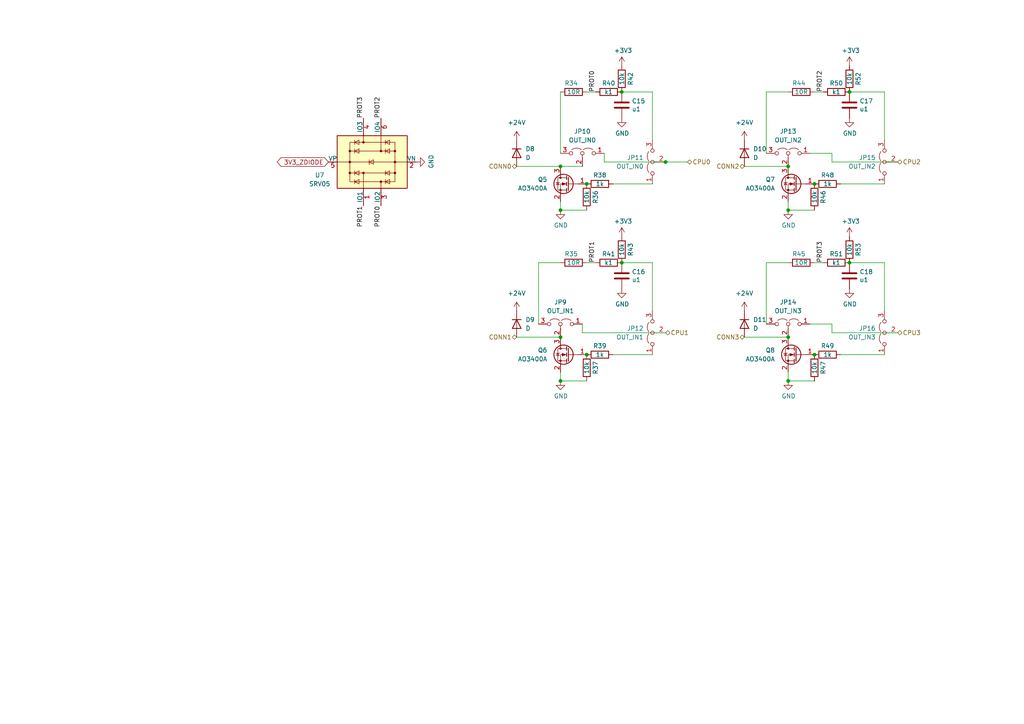
<source format=kicad_sch>
(kicad_sch (version 20211123) (generator eeschema)
  (paper "A4")
  (lib_symbols
    (symbol "Device:C" (pin_numbers hide) (pin_names (offset 0.254))
      (property "Reference" "C" (at 0.635 2.54 0))
      (property "Value" "C" (at 0.635 -2.54 0))
      (symbol "C_0_1"
        (polyline (pts (xy -2.032 -0.762) (xy 2.032 -0.762)) (stroke (width 0.508)))
        (polyline (pts (xy -2.032 0.762) (xy 2.032 0.762)) (stroke (width 0.508)))
      )
      (symbol "C_1_1"
        (pin passive line (at 0 3.81 270) (length 2.794) (name "~") (number "1"))
        (pin passive line (at 0 -3.81 90) (length 2.794) (name "~") (number "2"))
      )
    )
    (symbol "Device:D" (pin_numbers hide) (pin_names (offset 1.016) hide)
      (property "Reference" "D" (at 0 2.54 0))
      (property "Value" "D" (at 0 -2.54 0))
      (symbol "D_0_1"
        (polyline (pts (xy -1.27 1.27) (xy -1.27 -1.27)) (stroke (width 0.254)))
        (polyline (pts (xy 1.27 0) (xy -1.27 0)))
        (polyline (pts (xy 1.27 1.27) (xy 1.27 -1.27) (xy -1.27 0) (xy 1.27 1.27)) (stroke (width 0.254)))
      )
      (symbol "D_1_1"
        (pin passive line (at -3.81 0 0) (length 2.54) (name "K") (number "1"))
        (pin passive line (at 3.81 0 180) (length 2.54) (name "A") (number "2"))
      )
    )
    (symbol "Device:R" (pin_numbers hide) (pin_names (offset 0))
      (property "Reference" "R" (at 2.032 0 90))
      (property "Value" "R" (at 0 0 90))
      (symbol "R_0_1"
        (rectangle (start -1.016 -2.54) (end 1.016 2.54) (stroke (width 0.254)))
      )
      (symbol "R_1_1"
        (pin passive line (at 0 3.81 270) (length 1.27) (name "~") (number "1"))
        (pin passive line (at 0 -3.81 90) (length 1.27) (name "~") (number "2"))
      )
    )
    (symbol "Jumper:Jumper_3_Open" (pin_names (offset 0) hide)
      (property "Reference" "JP" (at -2.54 -2.54 0))
      (property "Value" "Jumper_3_Open" (at 0 2.794 0))
      (symbol "Jumper_3_Open_0_0"
        (circle (center -3.302 0) (radius 0.508))
        (circle (center 0 0) (radius 0.508))
        (circle (center 3.302 0) (radius 0.508))
      )
      (symbol "Jumper_3_Open_0_1"
        (arc (start -0.254 1.016) (mid -1.651 1.4992) (end -3.048 1.016))
        (polyline (pts (xy 0 -0.508) (xy 0 -1.27)))
        (arc (start 3.048 1.016) (mid 1.651 1.4992) (end 0.254 1.016))
      )
      (symbol "Jumper_3_Open_1_1"
        (pin passive line (at -6.35 0 0) (length 2.54) (name "A") (number "1"))
        (pin input line (at 0 -3.81 90) (length 2.54) (name "C") (number "2"))
        (pin passive line (at 6.35 0 180) (length 2.54) (name "B") (number "3"))
      )
    )
    (symbol "Power_Protection:SRV05-4" (pin_names (offset 0))
      (property "Reference" "U" (at -5.08 11.43 0))
      (property "Value" "SRV05-4" (at 2.54 11.43 0))
      (symbol "SRV05-4_0_0"
        (rectangle (start -5.715 6.477) (end 5.715 -6.604))
        (polyline (pts (xy -3.175 -6.604) (xy -3.175 6.477)))
        (polyline (pts (xy 3.175 6.477) (xy 3.175 -6.604)))
      )
      (symbol "SRV05-4_0_1"
        (rectangle (start -7.62 10.16) (end 7.62 -10.16) (stroke (width 0.254)) (fill (type background)))
        (circle (center -5.715 -2.54) (radius 0.2794) (fill (type outline)))
        (circle (center -3.175 -6.604) (radius 0.2794) (fill (type outline)))
        (circle (center -3.175 2.54) (radius 0.2794) (fill (type outline)))
        (circle (center -3.175 6.477) (radius 0.2794) (fill (type outline)))
        (circle (center 0 -6.604) (radius 0.2794) (fill (type outline)))
        (polyline (pts (xy -7.747 2.54) (xy -3.175 2.54)))
        (polyline (pts (xy -7.62 -2.54) (xy -5.715 -2.54)))
        (polyline (pts (xy -5.08 -3.81) (xy -6.35 -3.81)))
        (polyline (pts (xy -5.08 5.08) (xy -6.35 5.08)))
        (polyline (pts (xy -2.54 -3.81) (xy -3.81 -3.81)))
        (polyline (pts (xy -2.54 5.08) (xy -3.81 5.08)))
        (polyline (pts (xy 0 10.16) (xy 0 -10.16)))
        (polyline (pts (xy 3.81 -3.81) (xy 2.54 -3.81)))
        (polyline (pts (xy 3.81 5.08) (xy 2.54 5.08)))
        (polyline (pts (xy 6.35 -3.81) (xy 5.08 -3.81)))
        (polyline (pts (xy 6.35 5.08) (xy 5.08 5.08)))
        (polyline (pts (xy 7.62 -2.54) (xy 3.175 -2.54)))
        (polyline (pts (xy 7.62 2.54) (xy 5.715 2.54)))
        (polyline (pts (xy 0.635 0.889) (xy -0.635 0.889) (xy -0.635 0.635)))
        (polyline (pts (xy -5.08 -5.08) (xy -6.35 -5.08) (xy -5.715 -3.81) (xy -5.08 -5.08)))
        (polyline (pts (xy -5.08 3.81) (xy -6.35 3.81) (xy -5.715 5.08) (xy -5.08 3.81)))
        (polyline (pts (xy -2.54 -5.08) (xy -3.81 -5.08) (xy -3.175 -3.81) (xy -2.54 -5.08)))
        (polyline (pts (xy -2.54 3.81) (xy -3.81 3.81) (xy -3.175 5.08) (xy -2.54 3.81)))
        (polyline (pts (xy 0.635 -0.381) (xy -0.635 -0.381) (xy 0 0.889) (xy 0.635 -0.381)))
        (polyline (pts (xy 3.81 -5.08) (xy 2.54 -5.08) (xy 3.175 -3.81) (xy 3.81 -5.08)))
        (polyline (pts (xy 3.81 3.81) (xy 2.54 3.81) (xy 3.175 5.08) (xy 3.81 3.81)))
        (polyline (pts (xy 6.35 -5.08) (xy 5.08 -5.08) (xy 5.715 -3.81) (xy 6.35 -5.08)))
        (polyline (pts (xy 6.35 3.81) (xy 5.08 3.81) (xy 5.715 5.08) (xy 6.35 3.81)))
        (circle (center 0 6.477) (radius 0.2794) (fill (type outline)))
        (circle (center 3.175 -6.604) (radius 0.2794) (fill (type outline)))
        (circle (center 3.175 -2.54) (radius 0.2794) (fill (type outline)))
        (circle (center 3.175 6.477) (radius 0.2794) (fill (type outline)))
        (circle (center 5.715 2.54) (radius 0.2794) (fill (type outline)))
      )
      (symbol "SRV05-4_1_1"
        (pin passive line (at -12.7 2.54 0) (length 5.08) (name "IO1") (number "1"))
        (pin passive line (at 0 -12.7 90) (length 2.54) (name "VN") (number "2"))
        (pin passive line (at -12.7 -2.54 0) (length 5.08) (name "IO2") (number "3"))
        (pin passive line (at 12.7 2.54 180) (length 5.08) (name "IO3") (number "4"))
        (pin passive line (at 0 12.7 270) (length 2.54) (name "VP") (number "5"))
        (pin passive line (at 12.7 -2.54 180) (length 5.08) (name "IO4") (number "6"))
      )
    )
    (symbol "Transistor_FET:AO3400A" (pin_names hide)
      (property "Reference" "Q" (at 5.08 1.905 0))
      (property "Value" "AO3400A" (at 5.08 0 0))
      (symbol "AO3400A_0_1"
        (polyline (pts (xy 0.254 0) (xy -2.54 0)))
        (polyline (pts (xy 0.254 1.905) (xy 0.254 -1.905)) (stroke (width 0.254)))
        (polyline (pts (xy 0.762 -1.27) (xy 0.762 -2.286)) (stroke (width 0.254)))
        (polyline (pts (xy 0.762 0.508) (xy 0.762 -0.508)) (stroke (width 0.254)))
        (polyline (pts (xy 0.762 2.286) (xy 0.762 1.27)) (stroke (width 0.254)))
        (polyline (pts (xy 2.54 2.54) (xy 2.54 1.778)))
        (polyline (pts (xy 2.54 -2.54) (xy 2.54 0) (xy 0.762 0)))
        (polyline (pts (xy 0.762 -1.778) (xy 3.302 -1.778) (xy 3.302 1.778) (xy 0.762 1.778)))
        (polyline (pts (xy 1.016 0) (xy 2.032 0.381) (xy 2.032 -0.381) (xy 1.016 0)) (fill (type outline)))
        (polyline (pts (xy 2.794 0.508) (xy 2.921 0.381) (xy 3.683 0.381) (xy 3.81 0.254)))
        (polyline (pts (xy 3.302 0.381) (xy 2.921 -0.254) (xy 3.683 -0.254) (xy 3.302 0.381)))
        (circle (center 1.651 0) (radius 2.794) (stroke (width 0.254)))
        (circle (center 2.54 -1.778) (radius 0.254) (fill (type outline)))
        (circle (center 2.54 1.778) (radius 0.254) (fill (type outline)))
      )
      (symbol "AO3400A_1_1"
        (pin input line (at -5.08 0 0) (length 2.54) (name "G") (number "1"))
        (pin passive line (at 2.54 -5.08 90) (length 2.54) (name "S") (number "2"))
        (pin passive line (at 2.54 5.08 270) (length 2.54) (name "D") (number "3"))
      )
    )
    (symbol "power:+24V" (power) (pin_names (offset 0))
      (property "Value" "+24V" (at 0 3.556 0))
      (symbol "+24V_0_1"
        (polyline (pts (xy -0.762 1.27) (xy 0 2.54)))
        (polyline (pts (xy 0 0) (xy 0 2.54)))
        (polyline (pts (xy 0 2.54) (xy 0.762 1.27)))
      )
      (symbol "+24V_1_1"
        (pin power_in line (at 0 0 90) (length 0) hide (name "+24V") (number "1"))
      )
    )
    (symbol "power:+3V3" (power) (pin_names (offset 0))
      (property "Value" "+3V3" (at 0 3.556 0))
      (symbol "+3V3_0_1"
        (polyline (pts (xy -0.762 1.27) (xy 0 2.54)))
        (polyline (pts (xy 0 0) (xy 0 2.54)))
        (polyline (pts (xy 0 2.54) (xy 0.762 1.27)))
      )
      (symbol "+3V3_1_1"
        (pin power_in line (at 0 0 90) (length 0) hide (name "+3V3") (number "1"))
      )
    )
    (symbol "power:GND" (power) (pin_names (offset 0))
      (property "Value" "GND" (at 0 -3.81 0))
      (symbol "GND_0_1"
        (polyline (pts (xy 0 0) (xy 0 -1.27) (xy 1.27 -1.27) (xy 0 -2.54) (xy -1.27 -1.27) (xy 0 -1.27)))
      )
      (symbol "GND_1_1"
        (pin power_in line (at 0 0 270) (length 0) hide (name "GND") (number "1"))
      )
    )
  )
  (junction (at 162.56 48.26))
  (junction (at 162.56 110.49))
  (junction (at 170.18 53.34))
  (junction (at 236.22 102.87))
  (junction (at 228.6 110.49))
  (junction (at 236.22 53.34))
  (junction (at 170.18 102.87))
  (junction (at 193.04 46.99))
  (junction (at 162.56 60.96))
  (junction (at 228.6 60.96))
  (junction (at 246.38 76.2))
  (junction (at 246.38 26.67))
  (junction (at 180.34 76.2))
  (junction (at 228.6 97.79))
  (junction (at 228.6 48.26))
  (junction (at 180.34 26.67))
  (junction (at 162.56 97.79))
  (wire (pts (xy 193.04 46.99) (xy 199.39 46.99)))
  (wire (pts (xy 236.22 76.2) (xy 238.76 76.2)))
  (wire (pts (xy 228.6 107.95) (xy 228.6 110.49)))
  (wire (pts (xy 162.56 58.42) (xy 162.56 60.96)))
  (wire (pts (xy 234.95 44.45) (xy 241.3 44.45)))
  (wire (pts (xy 215.9 97.79) (xy 228.6 97.79)))
  (wire (pts (xy 180.34 26.67) (xy 189.23 26.67)))
  (wire (pts (xy 236.22 26.67) (xy 238.76 26.67)))
  (wire (pts (xy 243.84 102.87) (xy 256.54 102.87)))
  (wire (pts (xy 256.54 90.17) (xy 256.54 76.2)))
  (wire (pts (xy 222.25 44.45) (xy 222.25 26.67)))
  (wire (pts (xy 189.23 90.17) (xy 189.23 76.2)))
  (wire (pts (xy 241.3 44.45) (xy 241.3 46.99)))
  (wire (pts (xy 241.3 93.98) (xy 241.3 96.52)))
  (wire (pts (xy 228.6 58.42) (xy 228.6 60.96)))
  (wire (pts (xy 234.95 93.98) (xy 241.3 93.98)))
  (wire (pts (xy 222.25 93.98) (xy 222.25 76.2)))
  (wire (pts (xy 162.56 107.95) (xy 162.56 110.49)))
  (wire (pts (xy 180.34 76.2) (xy 189.23 76.2)))
  (wire (pts (xy 215.9 48.26) (xy 228.6 48.26)))
  (wire (pts (xy 156.21 93.98) (xy 156.21 76.2)))
  (wire (pts (xy 246.38 76.2) (xy 256.54 76.2)))
  (wire (pts (xy 149.86 48.26) (xy 162.56 48.26)))
  (wire (pts (xy 256.54 40.64) (xy 256.54 26.67)))
  (wire (pts (xy 168.91 93.98) (xy 168.91 96.52)))
  (wire (pts (xy 177.8 53.34) (xy 189.23 53.34)))
  (wire (pts (xy 170.18 26.67) (xy 172.72 26.67)))
  (wire (pts (xy 149.86 97.79) (xy 162.56 97.79)))
  (wire (pts (xy 162.56 44.45) (xy 162.56 26.67)))
  (wire (pts (xy 222.25 26.67) (xy 228.6 26.67)))
  (wire (pts (xy 168.91 48.26) (xy 162.56 48.26)))
  (wire (pts (xy 241.3 96.52) (xy 260.35 96.52)))
  (wire (pts (xy 162.56 60.96) (xy 170.18 60.96)))
  (wire (pts (xy 241.3 46.99) (xy 260.35 46.99)))
  (wire (pts (xy 175.26 46.99) (xy 175.26 44.45)))
  (wire (pts (xy 175.26 46.99) (xy 193.04 46.99)))
  (wire (pts (xy 243.84 53.34) (xy 256.54 53.34)))
  (wire (pts (xy 228.6 60.96) (xy 236.22 60.96)))
  (wire (pts (xy 170.18 76.2) (xy 172.72 76.2)))
  (wire (pts (xy 222.25 76.2) (xy 228.6 76.2)))
  (wire (pts (xy 156.21 76.2) (xy 162.56 76.2)))
  (wire (pts (xy 177.8 102.87) (xy 189.23 102.87)))
  (wire (pts (xy 189.23 40.64) (xy 189.23 26.67)))
  (wire (pts (xy 168.91 96.52) (xy 193.04 96.52)))
  (wire (pts (xy 246.38 26.67) (xy 256.54 26.67)))
  (wire (pts (xy 162.56 110.49) (xy 170.18 110.49)))
  (wire (pts (xy 228.6 110.49) (xy 236.22 110.49)))
  (label "PROT3" (at 238.76 76.2 90))
  (label "PROT0" (at 172.72 26.67 90))
  (label "PROT0" (at 110.49 59.69 270))
  (label "PROT1" (at 105.41 59.69 270))
  (label "PROT1" (at 172.72 76.2 90))
  (label "PROT2" (at 238.76 26.67 90))
  (label "PROT2" (at 110.49 34.29 90))
  (label "PROT3" (at 105.41 34.29 90))
  (global_label "3V3_ZDIODE" (shape bidirectional) (at 95.25 46.99 180) (property "Intersheet References" "${INTERSHEET_REFS}" (effects hide)))
  (hierarchical_label "CONN0" (shape bidirectional) (at 149.86 48.26 180))
  (hierarchical_label "CPU3" (shape bidirectional) (at 260.35 96.52 0))
  (hierarchical_label "CPU1" (shape bidirectional) (at 193.04 96.52 0))
  (hierarchical_label "CONN3" (shape bidirectional) (at 215.9 97.79 180))
  (hierarchical_label "CPU2" (shape bidirectional) (at 260.35 46.99 0))
  (hierarchical_label "CONN2" (shape bidirectional) (at 215.9 48.26 180))
  (hierarchical_label "CPU0" (shape bidirectional) (at 199.39 46.99 0))
  (hierarchical_label "CONN1" (shape bidirectional) (at 149.86 97.79 180))
  (symbol (lib_id "power:GND") (at 162.56 110.49 0)
    (property "Reference" "#PWR053" (effects hide))
    (property "Value" "GND" (at 162.687 114.8842 0))
  )
  (symbol (lib_id "Device:R") (at 170.18 57.15 180)
    (property "Reference" "R36" (at 172.72 57.15 90))
    (property "Value" "10k" (at 170.18 57.15 90))
    (property "Footprint" "Resistor_SMD:R_0603_1608Metric" (effects hide))
  )
  (symbol (lib_id "Device:D") (at 215.9 93.98 270)
    (property "Reference" "D11" (at 218.44 92.7099 90) (effects (justify left)))
    (property "Value" "D" (at 218.44 95.2499 90) (effects (justify left)))
  )
  (symbol (lib_id "Device:R") (at 242.57 76.2 270)
    (property "Reference" "R51" (at 242.57 73.66 90))
    (property "Value" "k1" (at 242.57 76.2 90))
    (property "Footprint" "Resistor_SMD:R_0603_1608Metric" (effects hide))
  )
  (symbol (lib_id "Jumper:Jumper_3_Open") (at 228.6 44.45 0) (mirror y)
    (property "Reference" "JP13" (at 228.6 38.1 0))
    (property "Value" "OUT_IN2" (at 228.6 40.64 0))
    (property "Footprint" "Jumper:SolderJumper-3_P1.3mm_Open_RoundedPad1.0x1.5mm" (effects hide))
  )
  (symbol (lib_id "Jumper:Jumper_3_Open") (at 168.91 44.45 0) (mirror y)
    (property "Reference" "JP10" (at 168.91 38.1 0))
    (property "Value" "OUT_IN0" (at 168.91 40.64 0))
    (property "Footprint" "Jumper:SolderJumper-3_P1.3mm_Open_RoundedPad1.0x1.5mm" (effects hide))
  )
  (symbol (lib_id "Device:R") (at 240.03 53.34 270)
    (property "Reference" "R48" (at 240.03 50.8 90))
    (property "Value" "1k" (at 240.03 53.34 90))
    (property "Footprint" "Resistor_SMD:R_0603_1608Metric" (effects hide))
  )
  (symbol (lib_id "power:GND") (at 246.38 34.29 0)
    (property "Reference" "#PWR063" (effects hide))
    (property "Value" "GND" (at 246.507 38.6842 0))
  )
  (symbol (lib_id "Device:R") (at 173.99 53.34 270)
    (property "Reference" "R38" (at 173.99 50.8 90))
    (property "Value" "1k" (at 173.99 53.34 90))
    (property "Footprint" "Resistor_SMD:R_0603_1608Metric" (effects hide))
  )
  (symbol (lib_id "power:GND") (at 120.65 46.99 90)
    (property "Reference" "#PWR049" (effects hide))
    (property "Value" "GND" (at 125.0442 46.863 0))
  )
  (symbol (lib_id "Transistor_FET:AO3400A") (at 165.1 53.34 0) (mirror y)
    (property "Reference" "Q5" (at 158.75 52.0699 0) (effects (justify left)))
    (property "Value" "AO3400A" (at 158.75 54.6099 0) (effects (justify left)))
    (property "Footprint" "Package_TO_SOT_SMD:SOT-23" (effects hide))
    (property "Datasheet" "http://www.aosmd.com/pdfs/datasheet/AO3400A.pdf" (effects hide))
  )
  (symbol (lib_id "Jumper:Jumper_3_Open") (at 189.23 96.52 90)
    (property "Reference" "JP12" (at 186.69 95.2499 90) (effects (justify left)))
    (property "Value" "OUT_IN1" (at 186.69 97.7899 90) (effects (justify left)))
    (property "Footprint" "Jumper:SolderJumper-3_P1.3mm_Open_RoundedPad1.0x1.5mm" (effects hide))
  )
  (symbol (lib_id "power:+24V") (at 215.9 90.17 0)
    (property "Reference" "#PWR059" (effects hide))
    (property "Value" "+24V" (at 215.9 85.09 0))
  )
  (symbol (lib_id "Device:R") (at 232.41 76.2 270)
    (property "Reference" "R45" (at 233.68 73.66 90) (effects (justify right)))
    (property "Value" "10R" (at 232.41 76.2 90))
    (property "Footprint" "Resistor_SMD:R_0603_1608Metric" (effects hide))
  )
  (symbol (lib_id "Device:R") (at 176.53 76.2 270)
    (property "Reference" "R41" (at 176.53 73.66 90))
    (property "Value" "k1" (at 176.53 76.2 90))
    (property "Footprint" "Resistor_SMD:R_0603_1608Metric" (effects hide))
  )
  (symbol (lib_id "Jumper:Jumper_3_Open") (at 189.23 46.99 90)
    (property "Reference" "JP11" (at 186.69 45.7199 90) (effects (justify left)))
    (property "Value" "OUT_IN0" (at 186.69 48.2599 90) (effects (justify left)))
    (property "Footprint" "Jumper:SolderJumper-3_P1.3mm_Open_RoundedPad1.0x1.5mm" (effects hide))
  )
  (symbol (lib_id "Transistor_FET:AO3400A") (at 231.14 53.34 0) (mirror y)
    (property "Reference" "Q7" (at 224.79 52.0699 0) (effects (justify left)))
    (property "Value" "AO3400A" (at 224.79 54.6099 0) (effects (justify left)))
    (property "Footprint" "Package_TO_SOT_SMD:SOT-23" (effects hide))
    (property "Datasheet" "http://www.aosmd.com/pdfs/datasheet/AO3400A.pdf" (effects hide))
  )
  (symbol (lib_id "Device:R") (at 232.41 26.67 270)
    (property "Reference" "R44" (at 233.68 24.13 90) (effects (justify right)))
    (property "Value" "10R" (at 232.41 26.67 90))
    (property "Footprint" "Resistor_SMD:R_0603_1608Metric" (effects hide))
  )
  (symbol (lib_id "Device:R") (at 242.57 26.67 270)
    (property "Reference" "R50" (at 242.57 24.13 90))
    (property "Value" "k1" (at 242.57 26.67 90))
    (property "Footprint" "Resistor_SMD:R_0603_1608Metric" (effects hide))
  )
  (symbol (lib_id "Device:R") (at 236.22 106.68 180)
    (property "Reference" "R47" (at 238.76 106.68 90))
    (property "Value" "10k" (at 236.22 106.68 90))
    (property "Footprint" "Resistor_SMD:R_0603_1608Metric" (effects hide))
  )
  (symbol (lib_id "power:+24V") (at 149.86 90.17 0)
    (property "Reference" "#PWR051" (effects hide))
    (property "Value" "+24V" (at 149.86 85.09 0))
  )
  (symbol (lib_id "power:+24V") (at 215.9 40.64 0)
    (property "Reference" "#PWR058" (effects hide))
    (property "Value" "+24V" (at 215.9 35.56 0))
  )
  (symbol (lib_id "Device:R") (at 166.37 26.67 270)
    (property "Reference" "R34" (at 167.64 24.13 90) (effects (justify right)))
    (property "Value" "10R" (at 166.37 26.67 90))
    (property "Footprint" "Resistor_SMD:R_0603_1608Metric" (effects hide))
  )
  (symbol (lib_id "Device:R") (at 180.34 22.86 180)
    (property "Reference" "R42" (at 182.88 22.86 90))
    (property "Value" "10k" (at 180.34 22.86 90))
    (property "Footprint" "Resistor_SMD:R_0603_1608Metric" (effects hide))
  )
  (symbol (lib_id "Transistor_FET:AO3400A") (at 165.1 102.87 0) (mirror y)
    (property "Reference" "Q6" (at 158.75 101.5999 0) (effects (justify left)))
    (property "Value" "AO3400A" (at 158.75 104.1399 0) (effects (justify left)))
    (property "Footprint" "Package_TO_SOT_SMD:SOT-23" (effects hide))
    (property "Datasheet" "http://www.aosmd.com/pdfs/datasheet/AO3400A.pdf" (effects hide))
  )
  (symbol (lib_id "Device:R") (at 246.38 22.86 180)
    (property "Reference" "R52" (at 248.92 22.86 90))
    (property "Value" "10k" (at 246.38 22.86 90))
    (property "Footprint" "Resistor_SMD:R_0603_1608Metric" (effects hide))
  )
  (symbol (lib_id "Device:R") (at 180.34 72.39 180)
    (property "Reference" "R43" (at 182.88 72.39 90))
    (property "Value" "10k" (at 180.34 72.39 90))
    (property "Footprint" "Resistor_SMD:R_0603_1608Metric" (effects hide))
  )
  (symbol (lib_id "Power_Protection:SRV05-4") (at 107.95 46.99 90)
    (property "Reference" "U7" (at 92.71 50.8 90))
    (property "Value" "SRV05" (at 92.71 53.34 90))
    (property "Footprint" "liebler_SEMICONDUCTORS:SOT-23-6-spezial" (effects hide))
    (property "Datasheet" "http://www.onsemi.com/pub/Collateral/SRV05-4-D.PDF" (effects hide))
  )
  (symbol (lib_id "power:GND") (at 180.34 34.29 0)
    (property "Reference" "#PWR055" (effects hide))
    (property "Value" "GND" (at 180.467 38.6842 0))
  )
  (symbol (lib_id "Device:R") (at 236.22 57.15 180)
    (property "Reference" "R46" (at 238.76 57.15 90))
    (property "Value" "10k" (at 236.22 57.15 90))
    (property "Footprint" "Resistor_SMD:R_0603_1608Metric" (effects hide))
  )
  (symbol (lib_id "Device:C") (at 246.38 30.48 0)
    (property "Reference" "C17" (at 249.301 29.3116 0) (effects (justify left)))
    (property "Value" "u1" (at 249.301 31.623 0) (effects (justify left)))
    (property "Footprint" "Capacitor_SMD:C_0603_1608Metric" (effects hide))
  )
  (symbol (lib_id "power:+3V3") (at 246.38 68.58 0)
    (property "Reference" "#PWR064" (effects hide))
    (property "Value" "+3V3" (at 246.761 64.1858 0))
  )
  (symbol (lib_id "power:+3V3") (at 180.34 68.58 0)
    (property "Reference" "#PWR056" (effects hide))
    (property "Value" "+3V3" (at 180.721 64.1858 0))
  )
  (symbol (lib_id "Transistor_FET:AO3400A") (at 231.14 102.87 0) (mirror y)
    (property "Reference" "Q8" (at 224.79 101.5999 0) (effects (justify left)))
    (property "Value" "AO3400A" (at 224.79 104.1399 0) (effects (justify left)))
    (property "Footprint" "Package_TO_SOT_SMD:SOT-23" (effects hide))
    (property "Datasheet" "http://www.aosmd.com/pdfs/datasheet/AO3400A.pdf" (effects hide))
  )
  (symbol (lib_id "Device:C") (at 180.34 30.48 0)
    (property "Reference" "C15" (at 183.261 29.3116 0) (effects (justify left)))
    (property "Value" "u1" (at 183.261 31.623 0) (effects (justify left)))
    (property "Footprint" "Capacitor_SMD:C_0603_1608Metric" (effects hide))
  )
  (symbol (lib_id "Jumper:Jumper_3_Open") (at 228.6 93.98 0) (mirror y)
    (property "Reference" "JP14" (at 228.6 87.63 0))
    (property "Value" "OUT_IN3" (at 228.6 90.17 0))
    (property "Footprint" "Jumper:SolderJumper-3_P1.3mm_Open_RoundedPad1.0x1.5mm" (effects hide))
  )
  (symbol (lib_id "Device:D") (at 149.86 93.98 270)
    (property "Reference" "D9" (at 152.4 92.7099 90) (effects (justify left)))
    (property "Value" "D" (at 152.4 95.2499 90) (effects (justify left)))
  )
  (symbol (lib_id "Device:R") (at 173.99 102.87 270)
    (property "Reference" "R39" (at 173.99 100.33 90))
    (property "Value" "1k" (at 173.99 102.87 90))
    (property "Footprint" "Resistor_SMD:R_0603_1608Metric" (effects hide))
  )
  (symbol (lib_id "Device:R") (at 176.53 26.67 270)
    (property "Reference" "R40" (at 176.53 24.13 90))
    (property "Value" "k1" (at 176.53 26.67 90))
    (property "Footprint" "Resistor_SMD:R_0603_1608Metric" (effects hide))
  )
  (symbol (lib_id "power:+3V3") (at 180.34 19.05 0)
    (property "Reference" "#PWR054" (effects hide))
    (property "Value" "+3V3" (at 180.721 14.6558 0))
  )
  (symbol (lib_id "Device:R") (at 246.38 72.39 180)
    (property "Reference" "R53" (at 248.92 72.39 90))
    (property "Value" "10k" (at 246.38 72.39 90))
    (property "Footprint" "Resistor_SMD:R_0603_1608Metric" (effects hide))
  )
  (symbol (lib_id "Device:C") (at 246.38 80.01 0)
    (property "Reference" "C18" (at 249.301 78.8416 0) (effects (justify left)))
    (property "Value" "u1" (at 249.301 81.153 0) (effects (justify left)))
    (property "Footprint" "Capacitor_SMD:C_0603_1608Metric" (effects hide))
  )
  (symbol (lib_id "Device:C") (at 180.34 80.01 0)
    (property "Reference" "C16" (at 183.261 78.8416 0) (effects (justify left)))
    (property "Value" "u1" (at 183.261 81.153 0) (effects (justify left)))
    (property "Footprint" "Capacitor_SMD:C_0603_1608Metric" (effects hide))
  )
  (symbol (lib_id "power:GND") (at 246.38 83.82 0)
    (property "Reference" "#PWR065" (effects hide))
    (property "Value" "GND" (at 246.507 88.2142 0))
  )
  (symbol (lib_id "power:GND") (at 228.6 60.96 0)
    (property "Reference" "#PWR060" (effects hide))
    (property "Value" "GND" (at 228.727 65.3542 0))
  )
  (symbol (lib_id "power:GND") (at 162.56 60.96 0)
    (property "Reference" "#PWR052" (effects hide))
    (property "Value" "GND" (at 162.687 65.3542 0))
  )
  (symbol (lib_id "Device:D") (at 149.86 44.45 270)
    (property "Reference" "D8" (at 152.4 43.1799 90) (effects (justify left)))
    (property "Value" "D" (at 152.4 45.7199 90) (effects (justify left)))
  )
  (symbol (lib_id "Jumper:Jumper_3_Open") (at 162.56 93.98 0) (mirror y)
    (property "Reference" "JP9" (at 162.56 87.63 0))
    (property "Value" "OUT_IN1" (at 162.56 90.17 0))
    (property "Footprint" "Jumper:SolderJumper-3_P1.3mm_Open_RoundedPad1.0x1.5mm" (effects hide))
  )
  (symbol (lib_id "power:GND") (at 180.34 83.82 0)
    (property "Reference" "#PWR057" (effects hide))
    (property "Value" "GND" (at 180.467 88.2142 0))
  )
  (symbol (lib_id "power:GND") (at 228.6 110.49 0)
    (property "Reference" "#PWR061" (effects hide))
    (property "Value" "GND" (at 228.727 114.8842 0))
  )
  (symbol (lib_id "Device:D") (at 215.9 44.45 270)
    (property "Reference" "D10" (at 218.44 43.1799 90) (effects (justify left)))
    (property "Value" "D" (at 218.44 45.7199 90) (effects (justify left)))
  )
  (symbol (lib_id "Device:R") (at 170.18 106.68 180)
    (property "Reference" "R37" (at 172.72 106.68 90))
    (property "Value" "10k" (at 170.18 106.68 90))
    (property "Footprint" "Resistor_SMD:R_0603_1608Metric" (effects hide))
  )
  (symbol (lib_id "Device:R") (at 240.03 102.87 270)
    (property "Reference" "R49" (at 240.03 100.33 90))
    (property "Value" "1k" (at 240.03 102.87 90))
    (property "Footprint" "Resistor_SMD:R_0603_1608Metric" (effects hide))
  )
  (symbol (lib_id "Device:R") (at 166.37 76.2 270)
    (property "Reference" "R35" (at 167.64 73.66 90) (effects (justify right)))
    (property "Value" "10R" (at 166.37 76.2 90))
    (property "Footprint" "Resistor_SMD:R_0603_1608Metric" (effects hide))
  )
  (symbol (lib_id "Jumper:Jumper_3_Open") (at 256.54 96.52 90)
    (property "Reference" "JP16" (at 254 95.2499 90) (effects (justify left)))
    (property "Value" "OUT_IN3" (at 254 97.7899 90) (effects (justify left)))
    (property "Footprint" "Jumper:SolderJumper-3_P1.3mm_Open_RoundedPad1.0x1.5mm" (effects hide))
  )
  (symbol (lib_id "power:+24V") (at 149.86 40.64 0)
    (property "Reference" "#PWR050" (effects hide))
    (property "Value" "+24V" (at 149.86 35.56 0))
  )
  (symbol (lib_id "power:+3V3") (at 246.38 19.05 0)
    (property "Reference" "#PWR062" (effects hide))
    (property "Value" "+3V3" (at 246.761 14.6558 0))
  )
  (symbol (lib_id "Jumper:Jumper_3_Open") (at 256.54 46.99 90)
    (property "Reference" "JP15" (at 254 45.7199 90) (effects (justify left)))
    (property "Value" "OUT_IN2" (at 254 48.2599 90) (effects (justify left)))
    (property "Footprint" "Jumper:SolderJumper-3_P1.3mm_Open_RoundedPad1.0x1.5mm" (effects hide))
  )
)
</source>
